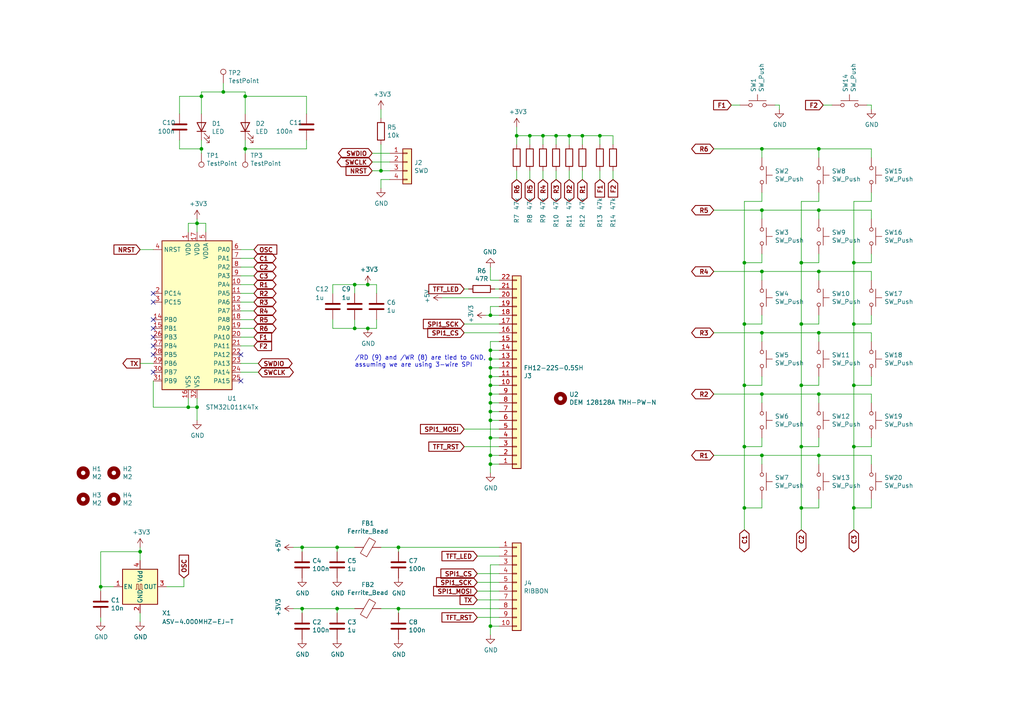
<source format=kicad_sch>
(kicad_sch (version 20230121) (generator eeschema)
  (paper "A4")
  (title_block (title "HMI Board") (date "2020-01-18") (comment 4 "TR-9 Open Source Digital Radio"))
  (lib_symbols
    (symbol "Connector:TestPoint" (pin_numbers hide) (pin_names (offset 0.762) hide)
      (property "Reference" "TP" (at 0 6.858 0))
      (property "Value" "TestPoint" (at 0 5.08 0))
      (symbol "TestPoint_1_1"
        (pin passive line (at 0 0 90) (length 2.54) (name "1") (number "1"))
      )
    )
    (symbol "Connector_Generic:Conn_01x04" (pin_names (offset 1.016) hide)
      (property "Reference" "J" (at 0 5.08 0))
      (property "Value" "Conn_01x04" (at 0 -7.62 0))
      (symbol "Conn_01x04_1_1"
        (pin passive line (at -5.08 2.54 0) (length 3.81) (name "Pin_1") (number "1"))
        (pin passive line (at -5.08 0 0) (length 3.81) (name "Pin_2") (number "2"))
        (pin passive line (at -5.08 -2.54 0) (length 3.81) (name "Pin_3") (number "3"))
        (pin passive line (at -5.08 -5.08 0) (length 3.81) (name "Pin_4") (number "4"))
      )
    )
    (symbol "Connector_Generic:Conn_01x10" (pin_names (offset 1.016) hide)
      (property "Reference" "J" (at 0 12.7 0))
      (property "Value" "Conn_01x10" (at 0 -15.24 0))
      (symbol "Conn_01x10_1_1"
        (pin passive line (at -5.08 10.16 0) (length 3.81) (name "Pin_1") (number "1"))
        (pin passive line (at -5.08 -12.7 0) (length 3.81) (name "Pin_10") (number "10"))
        (pin passive line (at -5.08 7.62 0) (length 3.81) (name "Pin_2") (number "2"))
        (pin passive line (at -5.08 5.08 0) (length 3.81) (name "Pin_3") (number "3"))
        (pin passive line (at -5.08 2.54 0) (length 3.81) (name "Pin_4") (number "4"))
        (pin passive line (at -5.08 0 0) (length 3.81) (name "Pin_5") (number "5"))
        (pin passive line (at -5.08 -2.54 0) (length 3.81) (name "Pin_6") (number "6"))
        (pin passive line (at -5.08 -5.08 0) (length 3.81) (name "Pin_7") (number "7"))
        (pin passive line (at -5.08 -7.62 0) (length 3.81) (name "Pin_8") (number "8"))
        (pin passive line (at -5.08 -10.16 0) (length 3.81) (name "Pin_9") (number "9"))
      )
    )
    (symbol "Connector_Generic:Conn_01x22" (pin_names (offset 1.016) hide)
      (property "Reference" "J" (at 0 27.94 0))
      (property "Value" "Conn_01x22" (at 0 -30.48 0))
      (symbol "Conn_01x22_1_1"
        (pin passive line (at -5.08 25.4 0) (length 3.81) (name "Pin_1") (number "1"))
        (pin passive line (at -5.08 2.54 0) (length 3.81) (name "Pin_10") (number "10"))
        (pin passive line (at -5.08 0 0) (length 3.81) (name "Pin_11") (number "11"))
        (pin passive line (at -5.08 -2.54 0) (length 3.81) (name "Pin_12") (number "12"))
        (pin passive line (at -5.08 -5.08 0) (length 3.81) (name "Pin_13") (number "13"))
        (pin passive line (at -5.08 -7.62 0) (length 3.81) (name "Pin_14") (number "14"))
        (pin passive line (at -5.08 -10.16 0) (length 3.81) (name "Pin_15") (number "15"))
        (pin passive line (at -5.08 -12.7 0) (length 3.81) (name "Pin_16") (number "16"))
        (pin passive line (at -5.08 -15.24 0) (length 3.81) (name "Pin_17") (number "17"))
        (pin passive line (at -5.08 -17.78 0) (length 3.81) (name "Pin_18") (number "18"))
        (pin passive line (at -5.08 -20.32 0) (length 3.81) (name "Pin_19") (number "19"))
        (pin passive line (at -5.08 22.86 0) (length 3.81) (name "Pin_2") (number "2"))
        (pin passive line (at -5.08 -22.86 0) (length 3.81) (name "Pin_20") (number "20"))
        (pin passive line (at -5.08 -25.4 0) (length 3.81) (name "Pin_21") (number "21"))
        (pin passive line (at -5.08 -27.94 0) (length 3.81) (name "Pin_22") (number "22"))
        (pin passive line (at -5.08 20.32 0) (length 3.81) (name "Pin_3") (number "3"))
        (pin passive line (at -5.08 17.78 0) (length 3.81) (name "Pin_4") (number "4"))
        (pin passive line (at -5.08 15.24 0) (length 3.81) (name "Pin_5") (number "5"))
        (pin passive line (at -5.08 12.7 0) (length 3.81) (name "Pin_6") (number "6"))
        (pin passive line (at -5.08 10.16 0) (length 3.81) (name "Pin_7") (number "7"))
        (pin passive line (at -5.08 7.62 0) (length 3.81) (name "Pin_8") (number "8"))
        (pin passive line (at -5.08 5.08 0) (length 3.81) (name "Pin_9") (number "9"))
      )
    )
    (symbol "Device:C" (pin_numbers hide) (pin_names (offset 0.254))
      (property "Reference" "C" (at 0.635 2.54 0))
      (property "Value" "C" (at 0.635 -2.54 0))
      (symbol "C_1_1"
        (pin passive line (at 0 3.81 270) (length 2.794) (name "~") (number "1"))
        (pin passive line (at 0 -3.81 90) (length 2.794) (name "~") (number "2"))
      )
    )
    (symbol "Device:LED" (pin_numbers hide) (pin_names (offset 1.016) hide)
      (property "Reference" "D" (at 0 2.54 0))
      (property "Value" "LED" (at 0 -2.54 0))
      (symbol "LED_1_1"
        (pin passive line (at -3.81 0 0) (length 2.54) (name "K") (number "1"))
        (pin passive line (at 3.81 0 180) (length 2.54) (name "A") (number "2"))
      )
    )
    (symbol "Device:R" (pin_numbers hide) (pin_names (offset 0))
      (property "Reference" "R" (at 2.032 0 90))
      (property "Value" "R" (at 0 0 90))
      (symbol "R_1_1"
        (pin passive line (at 0 3.81 270) (length 1.27) (name "~") (number "1"))
        (pin passive line (at 0 -3.81 90) (length 1.27) (name "~") (number "2"))
      )
    )
    (symbol "HMI-rescue:+3.3V-power" (power) (pin_names (offset 0))
      (property "Value" "+3.3V-power" (at 0 3.556 0))
      (symbol "+3.3V-power_1_1"
        (pin power_in line (at 0 0 90) (length 0) hide (name "+3V3") (number "1"))
      )
    )
    (symbol "HMI-rescue:Ferrite_Bead-Device" (pin_numbers hide) (pin_names (offset 0))
      (property "Reference" "FB" (at -3.81 0.635 90))
      (property "Value" "Device_Ferrite_Bead" (at 3.81 0 90))
      (symbol "Ferrite_Bead-Device_1_1"
        (pin passive line (at 0 3.81 270) (length 2.54) (name "~") (number "1"))
        (pin passive line (at 0 -3.81 90) (length 2.54) (name "~") (number "2"))
      )
    )
    (symbol "HMI-rescue:STM32L011K4Tx-MCU_ST_STM32L0"
      (property "Reference" "U" (at -10.16 21.59 0))
      (property "Value" "MCU_ST_STM32L0_STM32L011K4Tx" (at 5.08 21.59 0))
      (symbol "STM32L011K4Tx-MCU_ST_STM32L0_1_1"
        (pin power_in line (at -2.54 22.86 270) (length 2.54) (name "VDD") (number "1"))
        (pin bidirectional line (at 12.7 7.62 180) (length 2.54) (name "PA4") (number "10"))
        (pin bidirectional line (at 12.7 5.08 180) (length 2.54) (name "PA5") (number "11"))
        (pin bidirectional line (at 12.7 2.54 180) (length 2.54) (name "PA6") (number "12"))
        (pin bidirectional line (at 12.7 0 180) (length 2.54) (name "PA7") (number "13"))
        (pin bidirectional line (at -12.7 -2.54 0) (length 2.54) (name "PB0") (number "14"))
        (pin bidirectional line (at -12.7 -5.08 0) (length 2.54) (name "PB1") (number "15"))
        (pin power_in line (at -2.54 -25.4 90) (length 2.54) (name "VSS") (number "16"))
        (pin power_in line (at 0 22.86 270) (length 2.54) (name "VDD") (number "17"))
        (pin bidirectional line (at 12.7 -2.54 180) (length 2.54) (name "PA8") (number "18"))
        (pin bidirectional line (at 12.7 -5.08 180) (length 2.54) (name "PA9") (number "19"))
        (pin bidirectional line (at -12.7 5.08 0) (length 2.54) (name "PC14") (number "2"))
        (pin bidirectional line (at 12.7 -7.62 180) (length 2.54) (name "PA10") (number "20"))
        (pin bidirectional line (at 12.7 -10.16 180) (length 2.54) (name "PA11") (number "21"))
        (pin bidirectional line (at 12.7 -12.7 180) (length 2.54) (name "PA12") (number "22"))
        (pin bidirectional line (at 12.7 -15.24 180) (length 2.54) (name "PA13") (number "23"))
        (pin bidirectional line (at 12.7 -17.78 180) (length 2.54) (name "PA14") (number "24"))
        (pin bidirectional line (at 12.7 -20.32 180) (length 2.54) (name "PA15") (number "25"))
        (pin bidirectional line (at -12.7 -7.62 0) (length 2.54) (name "PB3") (number "26"))
        (pin bidirectional line (at -12.7 -10.16 0) (length 2.54) (name "PB4") (number "27"))
        (pin bidirectional line (at -12.7 -12.7 0) (length 2.54) (name "PB5") (number "28"))
        (pin bidirectional line (at -12.7 -15.24 0) (length 2.54) (name "PB6") (number "29"))
        (pin bidirectional line (at -12.7 2.54 0) (length 2.54) (name "PC15") (number "3"))
        (pin bidirectional line (at -12.7 -17.78 0) (length 2.54) (name "PB7") (number "30"))
        (pin bidirectional line (at -12.7 -20.32 0) (length 2.54) (name "PB9") (number "31"))
        (pin power_in line (at 0 -25.4 90) (length 2.54) (name "VSS") (number "32"))
        (pin input line (at -12.7 17.78 0) (length 2.54) (name "NRST") (number "4"))
        (pin power_in line (at 2.54 22.86 270) (length 2.54) (name "VDDA") (number "5"))
        (pin bidirectional line (at 12.7 17.78 180) (length 2.54) (name "PA0") (number "6"))
        (pin bidirectional line (at 12.7 15.24 180) (length 2.54) (name "PA1") (number "7"))
        (pin bidirectional line (at 12.7 12.7 180) (length 2.54) (name "PA2") (number "8"))
        (pin bidirectional line (at 12.7 10.16 180) (length 2.54) (name "PA3") (number "9"))
      )
    )
    (symbol "Mechanical:MountingHole" (pin_names (offset 1.016))
      (property "Reference" "H" (at 0 5.08 0))
      (property "Value" "MountingHole" (at 0 3.175 0))
    )
    (symbol "Oscillator:ASV-xxxMHz" (pin_names (offset 0.254))
      (property "Reference" "X" (at -5.08 6.35 0))
      (property "Value" "ASV-xxxMHz" (at 1.27 -6.35 0))
      (symbol "ASV-xxxMHz_1_1"
        (pin input line (at -7.62 0 0) (length 2.54) (name "EN") (number "1"))
        (pin power_in line (at 0 -7.62 90) (length 2.54) (name "GND") (number "2"))
        (pin output line (at 7.62 0 180) (length 2.54) (name "OUT") (number "3"))
        (pin power_in line (at 0 7.62 270) (length 2.54) (name "Vdd") (number "4"))
      )
    )
    (symbol "Switch:SW_Push" (pin_numbers hide) (pin_names (offset 1.016) hide)
      (property "Reference" "SW" (at 1.27 2.54 0))
      (property "Value" "SW_Push" (at 0 -1.524 0))
      (symbol "SW_Push_0_1"
        (pin passive line (at -5.08 0 0) (length 2.54) (name "1") (number "1"))
        (pin passive line (at 5.08 0 180) (length 2.54) (name "2") (number "2"))
      )
    )
    (symbol "power:+5V" (power) (pin_names (offset 0))
      (property "Value" "+5V" (at 0 3.556 0))
      (symbol "+5V_1_1"
        (pin power_in line (at 0 0 90) (length 0) hide (name "+5V") (number "1"))
      )
    )
    (symbol "power:GND" (power) (pin_names (offset 0))
      (property "Value" "GND" (at 0 -3.81 0))
      (symbol "GND_1_1"
        (pin power_in line (at 0 0 270) (length 0) hide (name "GND") (number "1"))
      )
    )
  )
  (junction (at 58.42 27.94))
  (junction (at 142.24 91.44))
  (junction (at 168.91 39.37))
  (junction (at 237.49 96.52))
  (junction (at 215.9 93.98))
  (junction (at 232.41 76.2))
  (junction (at 237.49 78.74))
  (junction (at 142.24 109.22))
  (junction (at 64.77 26.67))
  (junction (at 142.24 111.76))
  (junction (at 220.98 114.3))
  (junction (at 142.24 181.61))
  (junction (at 57.15 118.11))
  (junction (at 40.64 160.02))
  (junction (at 106.68 95.25))
  (junction (at 142.24 119.38))
  (junction (at 220.98 43.18))
  (junction (at 102.87 95.25))
  (junction (at 142.24 121.92))
  (junction (at 157.48 39.37))
  (junction (at 97.79 158.75))
  (junction (at 220.98 132.08))
  (junction (at 247.65 129.54))
  (junction (at 142.24 101.6))
  (junction (at 57.15 64.77))
  (junction (at 232.41 147.32))
  (junction (at 71.12 43.18))
  (junction (at 115.57 176.53))
  (junction (at 247.65 111.76))
  (junction (at 29.21 170.18))
  (junction (at 220.98 78.74))
  (junction (at 237.49 114.3))
  (junction (at 237.49 60.96))
  (junction (at 149.86 39.37))
  (junction (at 87.63 158.75))
  (junction (at 232.41 129.54))
  (junction (at 232.41 111.76))
  (junction (at 102.87 82.55))
  (junction (at 142.24 132.08))
  (junction (at 54.61 118.11))
  (junction (at 232.41 93.98))
  (junction (at 237.49 132.08))
  (junction (at 247.65 93.98))
  (junction (at 165.1 39.37))
  (junction (at 173.99 39.37))
  (junction (at 215.9 111.76))
  (junction (at 58.42 43.18))
  (junction (at 220.98 96.52))
  (junction (at 153.67 39.37))
  (junction (at 220.98 60.96))
  (junction (at 215.9 147.32))
  (junction (at 110.49 49.53))
  (junction (at 142.24 106.68))
  (junction (at 247.65 76.2))
  (junction (at 247.65 147.32))
  (junction (at 115.57 158.75))
  (junction (at 237.49 43.18))
  (junction (at 71.12 27.94))
  (junction (at 215.9 129.54))
  (junction (at 87.63 176.53))
  (junction (at 106.68 82.55))
  (junction (at 142.24 134.62))
  (junction (at 161.29 39.37))
  (junction (at 142.24 114.3))
  (junction (at 215.9 76.2))
  (junction (at 142.24 116.84))
  (junction (at 142.24 127))
  (junction (at 142.24 104.14))
  (junction (at 97.79 176.53))
  (no_connect (at 44.45 107.95))
  (no_connect (at 44.45 97.79))
  (no_connect (at 44.45 85.09))
  (no_connect (at 69.85 110.49))
  (no_connect (at 44.45 95.25))
  (no_connect (at 44.45 92.71))
  (no_connect (at 44.45 100.33))
  (no_connect (at 44.45 87.63))
  (no_connect (at 69.85 102.87))
  (no_connect (at 44.45 102.87))
  (wire (pts (xy 53.34 170.18) (xy 53.34 167.64)))
  (wire (pts (xy 220.98 78.74) (xy 207.01 78.74)))
  (wire (pts (xy 54.61 115.57) (xy 54.61 118.11)))
  (wire (pts (xy 247.65 129.54) (xy 252.73 129.54)))
  (wire (pts (xy 177.8 39.37) (xy 177.8 41.91)))
  (wire (pts (xy 220.98 129.54) (xy 220.98 127)))
  (wire (pts (xy 142.24 134.62) (xy 144.78 134.62)))
  (wire (pts (xy 252.73 114.3) (xy 237.49 114.3)))
  (wire (pts (xy 252.73 78.74) (xy 237.49 78.74)))
  (wire (pts (xy 142.24 181.61) (xy 142.24 184.15)))
  (wire (pts (xy 102.87 95.25) (xy 106.68 95.25)))
  (wire (pts (xy 142.24 109.22) (xy 144.78 109.22)))
  (wire (pts (xy 252.73 129.54) (xy 252.73 127)))
  (wire (pts (xy 252.73 76.2) (xy 252.73 73.66)))
  (wire (pts (xy 57.15 64.77) (xy 57.15 67.31)))
  (wire (pts (xy 232.41 93.98) (xy 232.41 76.2)))
  (wire (pts (xy 237.49 73.66) (xy 237.49 76.2)))
  (wire (pts (xy 142.24 127) (xy 142.24 132.08)))
  (wire (pts (xy 168.91 39.37) (xy 173.99 39.37)))
  (wire (pts (xy 29.21 179.07) (xy 29.21 180.34)))
  (wire (pts (xy 115.57 160.02) (xy 115.57 158.75)))
  (wire (pts (xy 142.24 163.83) (xy 144.78 163.83)))
  (wire (pts (xy 237.49 91.44) (xy 237.49 93.98)))
  (wire (pts (xy 215.9 111.76) (xy 220.98 111.76)))
  (wire (pts (xy 138.43 166.37) (xy 144.78 166.37)))
  (wire (pts (xy 252.73 30.48) (xy 252.73 31.75)))
  (wire (pts (xy 142.24 99.06) (xy 142.24 101.6)))
  (wire (pts (xy 232.41 93.98) (xy 237.49 93.98)))
  (wire (pts (xy 237.49 144.78) (xy 237.49 147.32)))
  (wire (pts (xy 113.03 49.53) (xy 110.49 49.53)))
  (wire (pts (xy 237.49 96.52) (xy 220.98 96.52)))
  (wire (pts (xy 57.15 118.11) (xy 57.15 121.92)))
  (wire (pts (xy 33.02 170.18) (xy 29.21 170.18)))
  (wire (pts (xy 232.41 58.42) (xy 237.49 58.42)))
  (wire (pts (xy 232.41 147.32) (xy 232.41 153.67)))
  (wire (pts (xy 69.85 77.47) (xy 73.66 77.47)))
  (wire (pts (xy 237.49 81.28) (xy 237.49 78.74)))
  (wire (pts (xy 220.98 45.72) (xy 220.98 43.18)))
  (wire (pts (xy 215.9 147.32) (xy 215.9 153.67)))
  (wire (pts (xy 113.03 46.99) (xy 107.95 46.99)))
  (wire (pts (xy 142.24 106.68) (xy 142.24 109.22)))
  (wire (pts (xy 40.64 160.02) (xy 40.64 162.56)))
  (wire (pts (xy 252.73 96.52) (xy 237.49 96.52)))
  (wire (pts (xy 142.24 109.22) (xy 142.24 111.76)))
  (wire (pts (xy 88.9 40.64) (xy 88.9 43.18)))
  (wire (pts (xy 69.85 90.17) (xy 73.66 90.17)))
  (wire (pts (xy 113.03 44.45) (xy 107.95 44.45)))
  (wire (pts (xy 69.85 105.41) (xy 74.93 105.41)))
  (wire (pts (xy 220.98 63.5) (xy 220.98 60.96)))
  (wire (pts (xy 168.91 41.91) (xy 168.91 39.37)))
  (wire (pts (xy 87.63 176.53) (xy 97.79 176.53)))
  (wire (pts (xy 237.49 60.96) (xy 220.98 60.96)))
  (wire (pts (xy 247.65 129.54) (xy 247.65 111.76)))
  (wire (pts (xy 71.12 26.67) (xy 64.77 26.67)))
  (wire (pts (xy 237.49 99.06) (xy 237.49 96.52)))
  (wire (pts (xy 237.49 132.08) (xy 237.49 134.62)))
  (wire (pts (xy 59.69 64.77) (xy 57.15 64.77)))
  (wire (pts (xy 252.73 63.5) (xy 252.73 60.96)))
  (wire (pts (xy 220.98 76.2) (xy 220.98 73.66)))
  (wire (pts (xy 220.98 147.32) (xy 220.98 144.78)))
  (wire (pts (xy 87.63 158.75) (xy 97.79 158.75)))
  (wire (pts (xy 238.76 30.48) (xy 241.3 30.48)))
  (wire (pts (xy 58.42 43.18) (xy 58.42 40.64)))
  (wire (pts (xy 212.09 30.48) (xy 214.63 30.48)))
  (wire (pts (xy 247.65 111.76) (xy 252.73 111.76)))
  (wire (pts (xy 64.77 26.67) (xy 58.42 26.67)))
  (wire (pts (xy 252.73 132.08) (xy 237.49 132.08)))
  (wire (pts (xy 153.67 39.37) (xy 149.86 39.37)))
  (wire (pts (xy 52.07 43.18) (xy 58.42 43.18)))
  (wire (pts (xy 97.79 176.53) (xy 102.87 176.53)))
  (wire (pts (xy 87.63 176.53) (xy 85.09 176.53)))
  (wire (pts (xy 58.42 44.45) (xy 58.42 43.18)))
  (wire (pts (xy 215.9 129.54) (xy 220.98 129.54)))
  (wire (pts (xy 115.57 177.8) (xy 115.57 176.53)))
  (wire (pts (xy 220.98 55.88) (xy 220.98 58.42)))
  (wire (pts (xy 54.61 118.11) (xy 57.15 118.11)))
  (wire (pts (xy 88.9 27.94) (xy 71.12 27.94)))
  (wire (pts (xy 220.98 132.08) (xy 220.98 134.62)))
  (wire (pts (xy 237.49 63.5) (xy 237.49 60.96)))
  (wire (pts (xy 44.45 105.41) (xy 40.64 105.41)))
  (wire (pts (xy 113.03 52.07) (xy 110.49 52.07)))
  (wire (pts (xy 144.78 81.28) (xy 142.24 81.28)))
  (wire (pts (xy 142.24 111.76) (xy 142.24 114.3)))
  (wire (pts (xy 88.9 43.18) (xy 71.12 43.18)))
  (wire (pts (xy 215.9 147.32) (xy 220.98 147.32)))
  (wire (pts (xy 96.52 95.25) (xy 102.87 95.25)))
  (wire (pts (xy 69.85 107.95) (xy 74.93 107.95)))
  (wire (pts (xy 69.85 80.01) (xy 73.66 80.01)))
  (wire (pts (xy 177.8 52.07) (xy 177.8 49.53)))
  (wire (pts (xy 138.43 171.45) (xy 144.78 171.45)))
  (wire (pts (xy 54.61 67.31) (xy 54.61 64.77)))
  (wire (pts (xy 232.41 129.54) (xy 232.41 111.76)))
  (wire (pts (xy 96.52 92.71) (xy 96.52 95.25)))
  (wire (pts (xy 142.24 114.3) (xy 144.78 114.3)))
  (wire (pts (xy 144.78 88.9) (xy 142.24 88.9)))
  (wire (pts (xy 102.87 82.55) (xy 96.52 82.55)))
  (wire (pts (xy 142.24 114.3) (xy 142.24 116.84)))
  (wire (pts (xy 215.9 76.2) (xy 220.98 76.2)))
  (wire (pts (xy 109.22 85.09) (xy 109.22 82.55)))
  (wire (pts (xy 138.43 179.07) (xy 144.78 179.07)))
  (wire (pts (xy 173.99 39.37) (xy 177.8 39.37)))
  (wire (pts (xy 142.24 119.38) (xy 142.24 121.92)))
  (wire (pts (xy 40.64 177.8) (xy 40.64 180.34)))
  (wire (pts (xy 142.24 106.68) (xy 144.78 106.68)))
  (wire (pts (xy 142.24 104.14) (xy 142.24 106.68)))
  (wire (pts (xy 58.42 26.67) (xy 58.42 27.94)))
  (wire (pts (xy 115.57 158.75) (xy 144.78 158.75)))
  (wire (pts (xy 142.24 77.47) (xy 142.24 81.28)))
  (wire (pts (xy 144.78 96.52) (xy 134.62 96.52)))
  (wire (pts (xy 232.41 76.2) (xy 232.41 58.42)))
  (wire (pts (xy 142.24 132.08) (xy 142.24 134.62)))
  (wire (pts (xy 52.07 40.64) (xy 52.07 43.18)))
  (wire (pts (xy 142.24 101.6) (xy 144.78 101.6)))
  (wire (pts (xy 247.65 76.2) (xy 247.65 58.42)))
  (wire (pts (xy 69.85 95.25) (xy 73.66 95.25)))
  (wire (pts (xy 149.86 52.07) (xy 149.86 49.53)))
  (wire (pts (xy 106.68 95.25) (xy 109.22 95.25)))
  (wire (pts (xy 251.46 30.48) (xy 252.73 30.48)))
  (wire (pts (xy 215.9 58.42) (xy 220.98 58.42)))
  (wire (pts (xy 252.73 45.72) (xy 252.73 43.18)))
  (wire (pts (xy 220.98 60.96) (xy 207.01 60.96)))
  (wire (pts (xy 237.49 114.3) (xy 220.98 114.3)))
  (wire (pts (xy 226.06 30.48) (xy 226.06 31.75)))
  (wire (pts (xy 142.24 116.84) (xy 144.78 116.84)))
  (wire (pts (xy 110.49 52.07) (xy 110.49 54.61)))
  (wire (pts (xy 44.45 110.49) (xy 44.45 118.11)))
  (wire (pts (xy 110.49 41.91) (xy 110.49 49.53)))
  (wire (pts (xy 57.15 63.5) (xy 57.15 64.77)))
  (wire (pts (xy 220.98 114.3) (xy 207.01 114.3)))
  (wire (pts (xy 142.24 119.38) (xy 144.78 119.38)))
  (wire (pts (xy 142.24 91.44) (xy 142.24 88.9)))
  (wire (pts (xy 142.24 121.92) (xy 142.24 127)))
  (wire (pts (xy 110.49 31.75) (xy 110.49 34.29)))
  (wire (pts (xy 142.24 132.08) (xy 144.78 132.08)))
  (wire (pts (xy 144.78 127) (xy 142.24 127)))
  (wire (pts (xy 140.97 91.44) (xy 142.24 91.44)))
  (wire (pts (xy 52.07 27.94) (xy 58.42 27.94)))
  (wire (pts (xy 40.64 160.02) (xy 29.21 160.02)))
  (wire (pts (xy 142.24 163.83) (xy 142.24 181.61)))
  (wire (pts (xy 165.1 52.07) (xy 165.1 49.53)))
  (wire (pts (xy 96.52 82.55) (xy 96.52 85.09)))
  (wire (pts (xy 220.98 96.52) (xy 207.01 96.52)))
  (wire (pts (xy 149.86 39.37) (xy 149.86 36.83)))
  (wire (pts (xy 142.24 111.76) (xy 144.78 111.76)))
  (wire (pts (xy 220.98 111.76) (xy 220.98 109.22)))
  (wire (pts (xy 220.98 99.06) (xy 220.98 96.52)))
  (wire (pts (xy 215.9 93.98) (xy 215.9 111.76)))
  (wire (pts (xy 220.98 116.84) (xy 220.98 114.3)))
  (wire (pts (xy 57.15 115.57) (xy 57.15 118.11)))
  (wire (pts (xy 157.48 52.07) (xy 157.48 49.53)))
  (wire (pts (xy 128.27 86.36) (xy 144.78 86.36)))
  (wire (pts (xy 73.66 100.33) (xy 69.85 100.33)))
  (wire (pts (xy 144.78 104.14) (xy 142.24 104.14)))
  (wire (pts (xy 247.65 58.42) (xy 252.73 58.42)))
  (wire (pts (xy 110.49 158.75) (xy 115.57 158.75)))
  (wire (pts (xy 48.26 170.18) (xy 53.34 170.18)))
  (wire (pts (xy 44.45 72.39) (xy 40.64 72.39)))
  (wire (pts (xy 64.77 24.13) (xy 64.77 26.67)))
  (wire (pts (xy 102.87 82.55) (xy 102.87 85.09)))
  (wire (pts (xy 215.9 111.76) (xy 215.9 129.54)))
  (wire (pts (xy 59.69 67.31) (xy 59.69 64.77)))
  (wire (pts (xy 220.98 81.28) (xy 220.98 78.74)))
  (wire (pts (xy 29.21 170.18) (xy 29.21 171.45)))
  (wire (pts (xy 69.85 82.55) (xy 73.66 82.55)))
  (wire (pts (xy 135.89 83.82) (xy 134.62 83.82)))
  (wire (pts (xy 153.67 39.37) (xy 153.67 41.91)))
  (wire (pts (xy 144.78 99.06) (xy 142.24 99.06)))
  (wire (pts (xy 69.85 74.93) (xy 73.66 74.93)))
  (wire (pts (xy 237.49 129.54) (xy 232.41 129.54)))
  (wire (pts (xy 71.12 44.45) (xy 71.12 43.18)))
  (wire (pts (xy 69.85 92.71) (xy 73.66 92.71)))
  (wire (pts (xy 237.49 116.84) (xy 237.49 114.3)))
  (wire (pts (xy 44.45 118.11) (xy 54.61 118.11)))
  (wire (pts (xy 58.42 27.94) (xy 58.42 33.02)))
  (wire (pts (xy 161.29 49.53) (xy 161.29 52.07)))
  (wire (pts (xy 168.91 39.37) (xy 165.1 39.37)))
  (wire (pts (xy 237.49 109.22) (xy 237.49 111.76)))
  (wire (pts (xy 247.65 76.2) (xy 252.73 76.2)))
  (wire (pts (xy 252.73 43.18) (xy 237.49 43.18)))
  (wire (pts (xy 142.24 134.62) (xy 142.24 137.16)))
  (wire (pts (xy 106.68 82.55) (xy 102.87 82.55)))
  (wire (pts (xy 102.87 92.71) (xy 102.87 95.25)))
  (wire (pts (xy 142.24 104.14) (xy 142.24 101.6)))
  (wire (pts (xy 69.85 72.39) (xy 73.66 72.39)))
  (wire (pts (xy 157.48 39.37) (xy 157.48 41.91)))
  (wire (pts (xy 215.9 58.42) (xy 215.9 76.2)))
  (wire (pts (xy 157.48 39.37) (xy 153.67 39.37)))
  (wire (pts (xy 224.79 30.48) (xy 226.06 30.48)))
  (wire (pts (xy 168.91 49.53) (xy 168.91 52.07)))
  (wire (pts (xy 232.41 111.76) (xy 232.41 93.98)))
  (wire (pts (xy 173.99 39.37) (xy 173.99 41.91)))
  (wire (pts (xy 165.1 39.37) (xy 165.1 41.91)))
  (wire (pts (xy 73.66 97.79) (xy 69.85 97.79)))
  (wire (pts (xy 252.73 111.76) (xy 252.73 109.22)))
  (wire (pts (xy 40.64 158.75) (xy 40.64 160.02)))
  (wire (pts (xy 149.86 41.91) (xy 149.86 39.37)))
  (wire (pts (xy 237.49 43.18) (xy 220.98 43.18)))
  (wire (pts (xy 161.29 39.37) (xy 157.48 39.37)))
  (wire (pts (xy 237.49 55.88) (xy 237.49 58.42)))
  (wire (pts (xy 237.49 132.08) (xy 220.98 132.08)))
  (wire (pts (xy 252.73 58.42) (xy 252.73 55.88)))
  (wire (pts (xy 71.12 43.18) (xy 71.12 40.64)))
  (wire (pts (xy 161.29 39.37) (xy 161.29 41.91)))
  (wire (pts (xy 247.65 111.76) (xy 247.65 93.98)))
  (wire (pts (xy 252.73 99.06) (xy 252.73 96.52)))
  (wire (pts (xy 71.12 27.94) (xy 71.12 26.67)))
  (wire (pts (xy 247.65 93.98) (xy 252.73 93.98)))
  (wire (pts (xy 109.22 82.55) (xy 106.68 82.55)))
  (wire (pts (xy 144.78 124.46) (xy 134.62 124.46)))
  (wire (pts (xy 144.78 93.98) (xy 134.62 93.98)))
  (wire (pts (xy 247.65 147.32) (xy 247.65 153.67)))
  (wire (pts (xy 153.67 49.53) (xy 153.67 52.07)))
  (wire (pts (xy 54.61 64.77) (xy 57.15 64.77)))
  (wire (pts (xy 144.78 129.54) (xy 134.62 129.54)))
  (wire (pts (xy 110.49 176.53) (xy 115.57 176.53)))
  (wire (pts (xy 207.01 132.08) (xy 220.98 132.08)))
  (wire (pts (xy 237.49 111.76) (xy 232.41 111.76)))
  (wire (pts (xy 97.79 158.75) (xy 97.79 160.02)))
  (wire (pts (xy 252.73 134.62) (xy 252.73 132.08)))
  (wire (pts (xy 237.49 78.74) (xy 220.98 78.74)))
  (wire (pts (xy 237.49 127) (xy 237.49 129.54)))
  (wire (pts (xy 232.41 147.32) (xy 232.41 129.54)))
  (wire (pts (xy 237.49 147.32) (xy 232.41 147.32)))
  (wire (pts (xy 247.65 147.32) (xy 247.65 129.54)))
  (wire (pts (xy 215.9 93.98) (xy 220.98 93.98)))
  (wire (pts (xy 237.49 45.72) (xy 237.49 43.18)))
  (wire (pts (xy 143.51 83.82) (xy 144.78 83.82)))
  (wire (pts (xy 52.07 27.94) (xy 52.07 33.02)))
  (wire (pts (xy 252.73 93.98) (xy 252.73 91.44)))
  (wire (pts (xy 165.1 39.37) (xy 161.29 39.37)))
  (wire (pts (xy 138.43 173.99) (xy 144.78 173.99)))
  (wire (pts (xy 252.73 81.28) (xy 252.73 78.74)))
  (wire (pts (xy 109.22 95.25) (xy 109.22 92.71)))
  (wire (pts (xy 138.43 161.29) (xy 144.78 161.29)))
  (wire (pts (xy 144.78 91.44) (xy 142.24 91.44)))
  (wire (pts (xy 110.49 49.53) (xy 107.95 49.53)))
  (wire (pts (xy 142.24 116.84) (xy 142.24 119.38)))
  (wire (pts (xy 88.9 33.02) (xy 88.9 27.94)))
  (wire (pts (xy 69.85 87.63) (xy 73.66 87.63)))
  (wire (pts (xy 220.98 91.44) (xy 220.98 93.98)))
  (wire (pts (xy 87.63 177.8) (xy 87.63 176.53)))
  (wire (pts (xy 138.43 168.91) (xy 144.78 168.91)))
  (wire (pts (xy 71.12 33.02) (xy 71.12 27.94)))
  (wire (pts (xy 252.73 60.96) (xy 237.49 60.96)))
  (wire (pts (xy 173.99 49.53) (xy 173.99 52.07)))
  (wire (pts (xy 29.21 160.02) (xy 29.21 170.18)))
  (wire (pts (xy 237.49 76.2) (xy 232.41 76.2)))
  (wire (pts (xy 69.85 85.09) (xy 73.66 85.09)))
  (wire (pts (xy 252.73 144.78) (xy 252.73 147.32)))
  (wire (pts (xy 247.65 93.98) (xy 247.65 76.2)))
  (wire (pts (xy 97.79 158.75) (xy 102.87 158.75)))
  (wire (pts (xy 97.79 176.53) (xy 97.79 177.8)))
  (wire (pts (xy 87.63 158.75) (xy 85.09 158.75)))
  (wire (pts (xy 220.98 43.18) (xy 207.01 43.18)))
  (wire (pts (xy 87.63 160.02) (xy 87.63 158.75)))
  (wire (pts (xy 215.9 76.2) (xy 215.9 93.98)))
  (wire (pts (xy 215.9 129.54) (xy 215.9 147.32)))
  (wire (pts (xy 115.57 176.53) (xy 144.78 176.53)))
  (wire (pts (xy 252.73 147.32) (xy 247.65 147.32)))
  (wire (pts (xy 144.78 181.61) (xy 142.24 181.61)))
  (wire (pts (xy 142.24 121.92) (xy 144.78 121.92)))
  (wire (pts (xy 252.73 116.84) (xy 252.73 114.3)))
  (text "/RD (9) and /WR (8) are tied to GND,\nassuming we are using 3-wire SPI" (at 102.87 106.68 0) (effects (font (size 1.27 1.27)) (justify left bottom)))
  (global_label "F1" (shape input) (at 73.66 97.79 0) (effects (font (thickness 0.254) bold)) (property "Intersheetrefs" "${INTERSHEET_REFS}" (effects hide)))
  (global_label "F1" (shape input) (at 212.09 30.48 180) (effects (font (thickness 0.254) bold)) (property "Intersheetrefs" "${INTERSHEET_REFS}" (effects hide)))
  (global_label "C3" (shape bidirectional) (at 247.65 153.67 270) (effects (font (thickness 0.254) bold)) (property "Intersheetrefs" "${INTERSHEET_REFS}" (effects hide)))
  (global_label "NRST" (shape input) (at 40.64 72.39 180) (effects (font (thickness 0.254) bold)) (property "Intersheetrefs" "${INTERSHEET_REFS}" (effects hide)))
  (global_label "C2" (shape bidirectional) (at 232.41 153.67 270) (effects (font (thickness 0.254) bold)) (property "Intersheetrefs" "${INTERSHEET_REFS}" (effects hide)))
  (global_label "C2" (shape bidirectional) (at 73.66 77.47 0) (effects (font (thickness 0.254) bold)) (property "Intersheetrefs" "${INTERSHEET_REFS}" (effects hide)))
  (global_label "TFT_LED" (shape input) (at 138.43 161.29 180) (effects (font (thickness 0.254) bold)) (property "Intersheetrefs" "${INTERSHEET_REFS}" (effects hide)))
  (global_label "TFT_RST" (shape input) (at 134.62 129.54 180) (effects (font (thickness 0.254) bold)) (property "Intersheetrefs" "${INTERSHEET_REFS}" (effects hide)))
  (global_label "SWCLK" (shape bidirectional) (at 74.93 107.95 0) (effects (font (thickness 0.254) bold)) (property "Intersheetrefs" "${INTERSHEET_REFS}" (effects hide)))
  (global_label "TX" (shape output) (at 40.64 105.41 180) (effects (font (thickness 0.254) bold)) (property "Intersheetrefs" "${INTERSHEET_REFS}" (effects hide)))
  (global_label "C1" (shape bidirectional) (at 73.66 74.93 0) (effects (font (thickness 0.254) bold)) (property "Intersheetrefs" "${INTERSHEET_REFS}" (effects hide)))
  (global_label "R6" (shape bidirectional) (at 149.86 52.07 270) (effects (font (thickness 0.254) bold)) (property "Intersheetrefs" "${INTERSHEET_REFS}" (effects hide)))
  (global_label "F2" (shape input) (at 177.8 52.07 270) (effects (font (thickness 0.254) bold)) (property "Intersheetrefs" "${INTERSHEET_REFS}" (effects hide)))
  (global_label "R6" (shape bidirectional) (at 207.01 43.18 180) (effects (font (thickness 0.254) bold)) (property "Intersheetrefs" "${INTERSHEET_REFS}" (effects hide)))
  (global_label "R1" (shape bidirectional) (at 207.01 132.08 180) (effects (font (thickness 0.254) bold)) (property "Intersheetrefs" "${INTERSHEET_REFS}" (effects hide)))
  (global_label "F2" (shape input) (at 238.76 30.48 180) (effects (font (thickness 0.254) bold)) (property "Intersheetrefs" "${INTERSHEET_REFS}" (effects hide)))
  (global_label "SPI1_MOSI" (shape input) (at 134.62 124.46 180) (effects (font (thickness 0.254) bold)) (property "Intersheetrefs" "${INTERSHEET_REFS}" (effects hide)))
  (global_label "R2" (shape bidirectional) (at 165.1 52.07 270) (effects (font (thickness 0.254) bold)) (property "Intersheetrefs" "${INTERSHEET_REFS}" (effects hide)))
  (global_label "NRST" (shape input) (at 107.95 49.53 180) (effects (font (thickness 0.254) bold)) (property "Intersheetrefs" "${INTERSHEET_REFS}" (effects hide)))
  (global_label "SPI1_SCK" (shape input) (at 138.43 168.91 180) (effects (font (thickness 0.254) bold)) (property "Intersheetrefs" "${INTERSHEET_REFS}" (effects hide)))
  (global_label "C1" (shape bidirectional) (at 215.9 153.67 270) (effects (font (thickness 0.254) bold)) (property "Intersheetrefs" "${INTERSHEET_REFS}" (effects hide)))
  (global_label "OSC" (shape input) (at 53.34 167.64 90) (effects (font (thickness 0.254) bold)) (property "Intersheetrefs" "${INTERSHEET_REFS}" (effects hide)))
  (global_label "R3" (shape bidirectional) (at 161.29 52.07 270) (effects (font (thickness 0.254) bold)) (property "Intersheetrefs" "${INTERSHEET_REFS}" (effects hide)))
  (global_label "R5" (shape bidirectional) (at 73.66 92.71 0) (effects (font (thickness 0.254) bold)) (property "Intersheetrefs" "${INTERSHEET_REFS}" (effects hide)))
  (global_label "TFT_LED" (shape input) (at 134.62 83.82 180) (effects (font (thickness 0.254) bold)) (property "Intersheetrefs" "${INTERSHEET_REFS}" (effects hide)))
  (global_label "C3" (shape bidirectional) (at 73.66 80.01 0) (effects (font (thickness 0.254) bold)) (property "Intersheetrefs" "${INTERSHEET_REFS}" (effects hide)))
  (global_label "SPI1_MOSI" (shape input) (at 138.43 171.45 180) (effects (font (thickness 0.254) bold)) (property "Intersheetrefs" "${INTERSHEET_REFS}" (effects hide)))
  (global_label "SPI1_CS" (shape input) (at 134.62 96.52 180) (effects (font (thickness 0.254) bold)) (property "Intersheetrefs" "${INTERSHEET_REFS}" (effects hide)))
  (global_label "R1" (shape bidirectional) (at 168.91 52.07 270) (effects (font (thickness 0.254) bold)) (property "Intersheetrefs" "${INTERSHEET_REFS}" (effects hide)))
  (global_label "F2" (shape input) (at 73.66 100.33 0) (effects (font (thickness 0.254) bold)) (property "Intersheetrefs" "${INTERSHEET_REFS}" (effects hide)))
  (global_label "TFT_RST" (shape input) (at 138.43 179.07 180) (effects (font (thickness 0.254) bold)) (property "Intersheetrefs" "${INTERSHEET_REFS}" (effects hide)))
  (global_label "R4" (shape bidirectional) (at 157.48 52.07 270) (effects (font (thickness 0.254) bold)) (property "Intersheetrefs" "${INTERSHEET_REFS}" (effects hide)))
  (global_label "F1" (shape input) (at 173.99 52.07 270) (effects (font (thickness 0.254) bold)) (property "Intersheetrefs" "${INTERSHEET_REFS}" (effects hide)))
  (global_label "R2" (shape bidirectional) (at 73.66 85.09 0) (effects (font (thickness 0.254) bold)) (property "Intersheetrefs" "${INTERSHEET_REFS}" (effects hide)))
  (global_label "R1" (shape bidirectional) (at 73.66 82.55 0) (effects (font (thickness 0.254) bold)) (property "Intersheetrefs" "${INTERSHEET_REFS}" (effects hide)))
  (global_label "R3" (shape bidirectional) (at 73.66 87.63 0) (effects (font (thickness 0.254) bold)) (property "Intersheetrefs" "${INTERSHEET_REFS}" (effects hide)))
  (global_label "R5" (shape bidirectional) (at 207.01 60.96 180) (effects (font (thickness 0.254) bold)) (property "Intersheetrefs" "${INTERSHEET_REFS}" (effects hide)))
  (global_label "R6" (shape bidirectional) (at 73.66 95.25 0) (effects (font (thickness 0.254) bold)) (property "Intersheetrefs" "${INTERSHEET_REFS}" (effects hide)))
  (global_label "R4" (shape bidirectional) (at 207.01 78.74 180) (effects (font (thickness 0.254) bold)) (property "Intersheetrefs" "${INTERSHEET_REFS}" (effects hide)))
  (global_label "R4" (shape bidirectional) (at 73.66 90.17 0) (effects (font (thickness 0.254) bold)) (property "Intersheetrefs" "${INTERSHEET_REFS}" (effects hide)))
  (global_label "SPI1_CS" (shape input) (at 138.43 166.37 180) (effects (font (thickness 0.254) bold)) (property "Intersheetrefs" "${INTERSHEET_REFS}" (effects hide)))
  (global_label "SWCLK" (shape bidirectional) (at 107.95 46.99 180) (effects (font (thickness 0.254) bold)) (property "Intersheetrefs" "${INTERSHEET_REFS}" (effects hide)))
  (global_label "SWDIO" (shape bidirectional) (at 107.95 44.45 180) (effects (font (thickness 0.254) bold)) (property "Intersheetrefs" "${INTERSHEET_REFS}" (effects hide)))
  (global_label "R2" (shape bidirectional) (at 207.01 114.3 180) (effects (font (thickness 0.254) bold)) (property "Intersheetrefs" "${INTERSHEET_REFS}" (effects hide)))
  (global_label "OSC" (shape input) (at 73.66 72.39 0) (effects (font (thickness 0.254) bold)) (property "Intersheetrefs" "${INTERSHEET_REFS}" (effects hide)))
  (global_label "TX" (shape input) (at 138.43 173.99 180) (effects (font (thickness 0.254) bold)) (property "Intersheetrefs" "${INTERSHEET_REFS}" (effects hide)))
  (global_label "R5" (shape bidirectional) (at 153.67 52.07 270) (effects (font (thickness 0.254) bold)) (property "Intersheetrefs" "${INTERSHEET_REFS}" (effects hide)))
  (global_label "SPI1_SCK" (shape input) (at 134.62 93.98 180) (effects (font (thickness 0.254) bold)) (property "Intersheetrefs" "${INTERSHEET_REFS}" (effects hide)))
  (global_label "R3" (shape bidirectional) (at 207.01 96.52 180) (effects (font (thickness 0.254) bold)) (property "Intersheetrefs" "${INTERSHEET_REFS}" (effects hide)))
  (global_label "SWDIO" (shape bidirectional) (at 74.93 105.41 0) (effects (font (thickness 0.254) bold)) (property "Intersheetrefs" "${INTERSHEET_REFS}" (effects hide)))
  (symbol (lib_id "HMI-rescue:STM32L011K4Tx-MCU_ST_STM32L0") (at 57.15 90.17 0) (unit 1)
    (property "Reference" "U1" (at 67.31 115.57 0))
    (property "Value" "STM32L011K4Tx" (at 67.31 118.11 0))
    (property "Footprint" "Package_QFP:LQFP-32_7x7mm_P0.8mm" (effects hide))
    (property "Datasheet" "http://www.st.com/st-web-ui/static/active/en/resource/technical/document/datasheet/DM00206508.pdf" (effects hide))
  )
  (symbol (lib_id "power:GND") (at 57.15 121.92 0) (unit 1)
    (property "Reference" "#PWR09" (effects hide))
    (property "Value" "GND" (at 57.277 126.3142 0))
  )
  (symbol (lib_id "HMI-rescue:+3.3V-power") (at 57.15 63.5 0) (unit 1)
    (property "Reference" "#PWR08" (effects hide))
    (property "Value" "+3.3V" (at 57.531 59.1058 0))
  )
  (symbol (lib_id "Device:C") (at 115.57 163.83 0) (unit 1)
    (property "Reference" "C7" (at 118.491 162.6616 0) (effects (justify left)))
    (property "Value" "100n" (at 118.491 164.973 0) (effects (justify left)))
    (property "Footprint" "Capacitor_SMD:C_0603_1608Metric" (effects hide))
  )
  (symbol (lib_id "power:GND") (at 106.68 95.25 0) (unit 1)
    (property "Reference" "#PWR016" (effects hide))
    (property "Value" "GND" (at 106.807 99.6442 0))
  )
  (symbol (lib_id "Device:C") (at 109.22 88.9 0) (unit 1)
    (property "Reference" "C6" (at 112.141 87.7316 0) (effects (justify left)))
    (property "Value" "1u" (at 112.141 90.043 0) (effects (justify left)))
    (property "Footprint" "Capacitor_SMD:C_0603_1608Metric" (effects hide))
  )
  (symbol (lib_id "HMI-rescue:+3.3V-power") (at 106.68 82.55 0) (unit 1)
    (property "Reference" "#PWR015" (effects hide))
    (property "Value" "+3.3V" (at 107.061 78.1558 0))
  )
  (symbol (lib_id "Connector_Generic:Conn_01x10") (at 149.86 168.91 0) (unit 1)
    (property "Reference" "J4" (at 151.892 169.1132 0) (effects (justify left)))
    (property "Value" "RIBBON" (at 151.892 171.4246 0) (effects (justify left)))
    (property "Footprint" "Connector_FFC-FPC:Hirose_FH12-10S-0.5SH_1x10-1MP_P0.50mm_Horizontal" (effects hide))
  )
  (symbol (lib_id "Connector_Generic:Conn_01x04") (at 118.11 46.99 0) (unit 1)
    (property "Reference" "J2" (at 120.142 47.1932 0) (effects (justify left)))
    (property "Value" "SWD" (at 120.142 49.5046 0) (effects (justify left)))
    (property "Footprint" "Connector_PinHeader_1.27mm:PinHeader_1x04_P1.27mm_Vertical" (effects hide))
  )
  (symbol (lib_id "Device:R") (at 110.49 38.1 0) (unit 1)
    (property "Reference" "R5" (at 112.268 36.9316 0) (effects (justify left)))
    (property "Value" "10k" (at 112.268 39.243 0) (effects (justify left)))
    (property "Footprint" "Resistor_SMD:R_0603_1608Metric" (effects hide))
  )
  (symbol (lib_id "HMI-rescue:+3.3V-power") (at 110.49 31.75 0) (unit 1)
    (property "Reference" "#PWR013" (effects hide))
    (property "Value" "+3.3V" (at 110.871 27.3558 0))
  )
  (symbol (lib_id "power:GND") (at 110.49 54.61 0) (unit 1)
    (property "Reference" "#PWR014" (effects hide))
    (property "Value" "GND" (at 110.617 59.0042 0))
  )
  (symbol (lib_id "Oscillator:ASV-xxxMHz") (at 40.64 170.18 0) (unit 1)
    (property "Reference" "X1" (at 46.99 177.8 0) (effects (justify left)))
    (property "Value" "ASV-4.000MHZ-EJ-T" (at 46.99 180.34 0) (effects (justify left)))
    (property "Footprint" "Oscillator:Oscillator_SMD_Abracon_ASV-4Pin_7.0x5.1mm" (effects hide))
    (property "Datasheet" "http://www.abracon.com/Oscillators/ASV.pdf" (effects hide))
  )
  (symbol (lib_id "power:GND") (at 40.64 180.34 0) (unit 1)
    (property "Reference" "#PWR05" (effects hide))
    (property "Value" "GND" (at 40.767 184.7342 0))
  )
  (symbol (lib_id "HMI-rescue:+3.3V-power") (at 40.64 158.75 0) (unit 1)
    (property "Reference" "#PWR04" (effects hide))
    (property "Value" "+3.3V" (at 41.021 154.3558 0))
  )
  (symbol (lib_id "Device:C") (at 29.21 175.26 0) (unit 1)
    (property "Reference" "C1" (at 32.131 174.0916 0) (effects (justify left)))
    (property "Value" "10n" (at 32.131 176.403 0) (effects (justify left)))
    (property "Footprint" "Capacitor_SMD:C_0603_1608Metric" (effects hide))
  )
  (symbol (lib_id "power:GND") (at 29.21 180.34 0) (unit 1)
    (property "Reference" "#PWR01" (effects hide))
    (property "Value" "GND" (at 29.337 184.7342 0))
  )
  (symbol (lib_id "Switch:SW_Push") (at 220.98 139.7 270) (unit 1)
    (property "Reference" "SW7" (at 224.7392 138.5316 90) (effects (justify left)))
    (property "Value" "SW_Push" (at 224.7392 140.843 90) (effects (justify left)))
    (property "Footprint" "Button_Switch_SMD:SW_Push_1P1T_NO_CK_KMR2" (effects hide))
  )
  (symbol (lib_id "Switch:SW_Push") (at 237.49 139.7 270) (unit 1)
    (property "Reference" "SW13" (at 241.2492 138.5316 90) (effects (justify left)))
    (property "Value" "SW_Push" (at 241.2492 140.843 90) (effects (justify left)))
    (property "Footprint" "Button_Switch_SMD:SW_Push_1P1T_NO_CK_KMR2" (effects hide))
  )
  (symbol (lib_id "Switch:SW_Push") (at 252.73 139.7 270) (unit 1)
    (property "Reference" "SW20" (at 256.4892 138.5316 90) (effects (justify left)))
    (property "Value" "SW_Push" (at 256.4892 140.843 90) (effects (justify left)))
    (property "Footprint" "Button_Switch_SMD:SW_Push_1P1T_NO_CK_KMR2" (effects hide))
  )
  (symbol (lib_id "Switch:SW_Push") (at 220.98 121.92 270) (unit 1)
    (property "Reference" "SW6" (at 224.7392 120.7516 90) (effects (justify left)))
    (property "Value" "SW_Push" (at 224.7392 123.063 90) (effects (justify left)))
    (property "Footprint" "Button_Switch_SMD:SW_Push_1P1T_NO_CK_KMR2" (effects hide))
  )
  (symbol (lib_id "Switch:SW_Push") (at 237.49 121.92 270) (unit 1)
    (property "Reference" "SW12" (at 241.2492 120.7516 90) (effects (justify left)))
    (property "Value" "SW_Push" (at 241.2492 123.063 90) (effects (justify left)))
    (property "Footprint" "Button_Switch_SMD:SW_Push_1P1T_NO_CK_KMR2" (effects hide))
  )
  (symbol (lib_id "Switch:SW_Push") (at 252.73 121.92 270) (unit 1)
    (property "Reference" "SW19" (at 256.4892 120.7516 90) (effects (justify left)))
    (property "Value" "SW_Push" (at 256.4892 123.063 90) (effects (justify left)))
    (property "Footprint" "Button_Switch_SMD:SW_Push_1P1T_NO_CK_KMR2" (effects hide))
  )
  (symbol (lib_id "Switch:SW_Push") (at 220.98 104.14 270) (unit 1)
    (property "Reference" "SW5" (at 224.7392 102.9716 90) (effects (justify left)))
    (property "Value" "SW_Push" (at 224.7392 105.283 90) (effects (justify left)))
    (property "Footprint" "Button_Switch_SMD:SW_Push_1P1T_NO_CK_KMR2" (effects hide))
  )
  (symbol (lib_id "Switch:SW_Push") (at 237.49 104.14 270) (unit 1)
    (property "Reference" "SW11" (at 241.2492 102.9716 90) (effects (justify left)))
    (property "Value" "SW_Push" (at 241.2492 105.283 90) (effects (justify left)))
    (property "Footprint" "Button_Switch_SMD:SW_Push_1P1T_NO_CK_KMR2" (effects hide))
  )
  (symbol (lib_id "Switch:SW_Push") (at 252.73 104.14 270) (unit 1)
    (property "Reference" "SW18" (at 256.4892 102.9716 90) (effects (justify left)))
    (property "Value" "SW_Push" (at 256.4892 105.283 90) (effects (justify left)))
    (property "Footprint" "Button_Switch_SMD:SW_Push_1P1T_NO_CK_KMR2" (effects hide))
  )
  (symbol (lib_id "Switch:SW_Push") (at 220.98 86.36 270) (unit 1)
    (property "Reference" "SW4" (at 224.7392 85.1916 90) (effects (justify left)))
    (property "Value" "SW_Push" (at 224.7392 87.503 90) (effects (justify left)))
    (property "Footprint" "Button_Switch_SMD:SW_Push_1P1T_NO_CK_KMR2" (effects hide))
  )
  (symbol (lib_id "Switch:SW_Push") (at 237.49 86.36 270) (unit 1)
    (property "Reference" "SW10" (at 241.2492 85.1916 90) (effects (justify left)))
    (property "Value" "SW_Push" (at 241.2492 87.503 90) (effects (justify left)))
    (property "Footprint" "Button_Switch_SMD:SW_Push_1P1T_NO_CK_KMR2" (effects hide))
  )
  (symbol (lib_id "Switch:SW_Push") (at 252.73 86.36 270) (unit 1)
    (property "Reference" "SW17" (at 256.4892 85.1916 90) (effects (justify left)))
    (property "Value" "SW_Push" (at 256.4892 87.503 90) (effects (justify left)))
    (property "Footprint" "Button_Switch_SMD:SW_Push_1P1T_NO_CK_KMR2" (effects hide))
  )
  (symbol (lib_id "Device:R") (at 149.86 45.72 0) (unit 1)
    (property "Reference" "R7" (at 149.86 64.77 90) (effects (justify left)))
    (property "Value" "47k" (at 149.86 60.96 90) (effects (justify left)))
    (property "Footprint" "Resistor_SMD:R_0603_1608Metric" (effects hide))
  )
  (symbol (lib_id "HMI-rescue:+3.3V-power") (at 149.86 36.83 0) (unit 1)
    (property "Reference" "#PWR022" (effects hide))
    (property "Value" "+3.3V" (at 150.241 32.4358 0))
  )
  (symbol (lib_id "Connector_Generic:Conn_01x22") (at 149.86 109.22 0) (mirror x) (unit 1)
    (property "Reference" "J3" (at 151.892 109.0168 0) (effects (justify left)))
    (property "Value" "FH12-22S-0.5SH" (at 151.892 106.7054 0) (effects (justify left)))
    (property "Footprint" "Connector_FFC-FPC:Hirose_FH12-22S-0.5SH_1x22-1MP_P0.50mm_Horizontal" (effects hide))
  )
  (symbol (lib_id "Device:R") (at 153.67 45.72 0) (unit 1)
    (property "Reference" "R8" (at 153.67 64.77 90) (effects (justify left)))
    (property "Value" "47k" (at 153.67 60.96 90) (effects (justify left)))
    (property "Footprint" "Resistor_SMD:R_0603_1608Metric" (effects hide))
  )
  (symbol (lib_id "Device:R") (at 157.48 45.72 0) (unit 1)
    (property "Reference" "R9" (at 157.48 64.77 90) (effects (justify left)))
    (property "Value" "47k" (at 157.48 60.96 90) (effects (justify left)))
    (property "Footprint" "Resistor_SMD:R_0603_1608Metric" (effects hide))
  )
  (symbol (lib_id "Device:R") (at 161.29 45.72 0) (unit 1)
    (property "Reference" "R10" (at 161.29 66.04 90) (effects (justify left)))
    (property "Value" "47k" (at 161.29 60.96 90) (effects (justify left)))
    (property "Footprint" "Resistor_SMD:R_0603_1608Metric" (effects hide))
  )
  (symbol (lib_id "Device:R") (at 165.1 45.72 0) (unit 1)
    (property "Reference" "R11" (at 165.1 66.04 90) (effects (justify left)))
    (property "Value" "47k" (at 165.1 60.96 90) (effects (justify left)))
    (property "Footprint" "Resistor_SMD:R_0603_1608Metric" (effects hide))
  )
  (symbol (lib_id "Device:R") (at 168.91 45.72 0) (unit 1)
    (property "Reference" "R12" (at 168.91 66.04 90) (effects (justify left)))
    (property "Value" "47k" (at 168.91 60.96 90) (effects (justify left)))
    (property "Footprint" "Resistor_SMD:R_0603_1608Metric" (effects hide))
  )
  (symbol (lib_id "Switch:SW_Push") (at 220.98 68.58 270) (unit 1)
    (property "Reference" "SW3" (at 224.7392 67.4116 90) (effects (justify left)))
    (property "Value" "SW_Push" (at 224.7392 69.723 90) (effects (justify left)))
    (property "Footprint" "Button_Switch_SMD:SW_Push_1P1T_NO_CK_KMR2" (effects hide))
  )
  (symbol (lib_id "Switch:SW_Push") (at 237.49 68.58 270) (unit 1)
    (property "Reference" "SW9" (at 241.2492 67.4116 90) (effects (justify left)))
    (property "Value" "SW_Push" (at 241.2492 69.723 90) (effects (justify left)))
    (property "Footprint" "Button_Switch_SMD:SW_Push_1P1T_NO_CK_KMR2" (effects hide))
  )
  (symbol (lib_id "Switch:SW_Push") (at 252.73 68.58 270) (unit 1)
    (property "Reference" "SW16" (at 256.4892 67.4116 90) (effects (justify left)))
    (property "Value" "SW_Push" (at 256.4892 69.723 90) (effects (justify left)))
    (property "Footprint" "Button_Switch_SMD:SW_Push_1P1T_NO_CK_KMR2" (effects hide))
  )
  (symbol (lib_id "Switch:SW_Push") (at 220.98 50.8 270) (unit 1)
    (property "Reference" "SW2" (at 224.7392 49.6316 90) (effects (justify left)))
    (property "Value" "SW_Push" (at 224.7392 51.943 90) (effects (justify left)))
    (property "Footprint" "Button_Switch_SMD:SW_Push_1P1T_NO_CK_KMR2" (effects hide))
  )
  (symbol (lib_id "Switch:SW_Push") (at 237.49 50.8 270) (unit 1)
    (property "Reference" "SW8" (at 241.2492 49.6316 90) (effects (justify left)))
    (property "Value" "SW_Push" (at 241.2492 51.943 90) (effects (justify left)))
    (property "Footprint" "Button_Switch_SMD:SW_Push_1P1T_NO_CK_KMR2" (effects hide))
  )
  (symbol (lib_id "Switch:SW_Push") (at 252.73 50.8 270) (unit 1)
    (property "Reference" "SW15" (at 256.4892 49.6316 90) (effects (justify left)))
    (property "Value" "SW_Push" (at 256.4892 51.943 90) (effects (justify left)))
    (property "Footprint" "Button_Switch_SMD:SW_Push_1P1T_NO_CK_KMR2" (effects hide))
  )
  (symbol (lib_id "Device:R") (at 173.99 45.72 0) (unit 1)
    (property "Reference" "R13" (at 173.99 66.04 90) (effects (justify left)))
    (property "Value" "47k" (at 173.99 60.96 90) (effects (justify left)))
    (property "Footprint" "Resistor_SMD:R_0603_1608Metric" (effects hide))
  )
  (symbol (lib_id "Device:R") (at 177.8 45.72 0) (unit 1)
    (property "Reference" "R14" (at 177.8 66.04 90) (effects (justify left)))
    (property "Value" "47k" (at 177.8 60.96 90) (effects (justify left)))
    (property "Footprint" "Resistor_SMD:R_0603_1608Metric" (effects hide))
  )
  (symbol (lib_id "power:GND") (at 226.06 31.75 0) (unit 1)
    (property "Reference" "#PWR023" (effects hide))
    (property "Value" "GND" (at 226.187 36.1442 0))
  )
  (symbol (lib_id "power:GND") (at 252.73 31.75 0) (unit 1)
    (property "Reference" "#PWR024" (effects hide))
    (property "Value" "GND" (at 252.857 36.1442 0))
  )
  (symbol (lib_id "HMI-rescue:Ferrite_Bead-Device") (at 106.68 158.75 270) (unit 1)
    (property "Reference" "FB1" (at 106.68 151.7904 90))
    (property "Value" "Ferrite_Bead" (at 106.68 154.1018 90))
    (property "Footprint" "Inductor_SMD:L_0603_1608Metric" (effects hide))
  )
  (symbol (lib_id "Device:C") (at 97.79 163.83 0) (unit 1)
    (property "Reference" "C5" (at 100.711 162.6616 0) (effects (justify left)))
    (property "Value" "1u" (at 100.711 164.973 0) (effects (justify left)))
    (property "Footprint" "Capacitor_SMD:C_0603_1608Metric" (effects hide))
  )
  (symbol (lib_id "Device:C") (at 87.63 163.83 0) (unit 1)
    (property "Reference" "C4" (at 90.551 162.6616 0) (effects (justify left)))
    (property "Value" "100n" (at 90.551 164.973 0) (effects (justify left)))
    (property "Footprint" "Capacitor_SMD:C_0603_1608Metric" (effects hide))
  )
  (symbol (lib_id "power:GND") (at 142.24 184.15 0) (unit 1)
    (property "Reference" "#PWR021" (effects hide))
    (property "Value" "GND" (at 142.367 188.5442 0))
  )
  (symbol (lib_id "power:GND") (at 97.79 167.64 0) (unit 1)
    (property "Reference" "#PWR012" (effects hide))
    (property "Value" "GND" (at 97.917 172.0342 0))
  )
  (symbol (lib_id "HMI-rescue:+3.3V-power") (at 85.09 176.53 90) (unit 1)
    (property "Reference" "#PWR011" (effects hide))
    (property "Value" "+3.3V" (at 80.6958 176.149 0))
  )
  (symbol (lib_id "power:GND") (at 115.57 167.64 0) (unit 1)
    (property "Reference" "#PWR017" (effects hide))
    (property "Value" "GND" (at 115.697 172.0342 0))
  )
  (symbol (lib_id "power:GND") (at 87.63 167.64 0) (unit 1)
    (property "Reference" "#PWR010" (effects hide))
    (property "Value" "GND" (at 87.757 172.0342 0))
  )
  (symbol (lib_id "power:GND") (at 142.24 77.47 180) (unit 1)
    (property "Reference" "#PWR019" (effects hide))
    (property "Value" "GND" (at 142.113 73.0758 0))
  )
  (symbol (lib_id "HMI-rescue:+3.3V-power") (at 140.97 91.44 90) (unit 1)
    (property "Reference" "#PWR018" (effects hide))
    (property "Value" "+3.3V" (at 136.5758 91.059 0))
  )
  (symbol (lib_id "Device:R") (at 139.7 83.82 90) (unit 1)
    (property "Reference" "R6" (at 139.7 78.5622 90))
    (property "Value" "47R" (at 139.7 80.8736 90))
    (property "Footprint" "Resistor_SMD:R_0603_1608Metric" (effects hide))
  )
  (symbol (lib_id "power:+5V") (at 128.27 86.36 90) (unit 1)
    (property "Reference" "#PWR0101" (effects hide))
    (property "Value" "+5V" (at 123.8758 85.979 0))
  )
  (symbol (lib_id "power:+5V") (at 85.09 158.75 90) (unit 1)
    (property "Reference" "#PWR0102" (effects hide))
    (property "Value" "+5V" (at 80.6958 158.369 0))
  )
  (symbol (lib_id "Device:C") (at 115.57 181.61 0) (unit 1)
    (property "Reference" "C8" (at 118.491 180.4416 0) (effects (justify left)))
    (property "Value" "100n" (at 118.491 182.753 0) (effects (justify left)))
    (property "Footprint" "Capacitor_SMD:C_0603_1608Metric" (effects hide))
  )
  (symbol (lib_id "HMI-rescue:Ferrite_Bead-Device") (at 106.68 176.53 270) (unit 1)
    (property "Reference" "FB2" (at 106.68 169.5704 90))
    (property "Value" "Ferrite_Bead" (at 106.68 171.8818 90))
    (property "Footprint" "Inductor_SMD:L_0603_1608Metric" (effects hide))
  )
  (symbol (lib_id "Device:C") (at 97.79 181.61 0) (unit 1)
    (property "Reference" "C3" (at 100.711 180.4416 0) (effects (justify left)))
    (property "Value" "1u" (at 100.711 182.753 0) (effects (justify left)))
    (property "Footprint" "Capacitor_SMD:C_0603_1608Metric" (effects hide))
  )
  (symbol (lib_id "Device:C") (at 87.63 181.61 0) (unit 1)
    (property "Reference" "C2" (at 90.551 180.4416 0) (effects (justify left)))
    (property "Value" "100n" (at 90.551 182.753 0) (effects (justify left)))
    (property "Footprint" "Capacitor_SMD:C_0603_1608Metric" (effects hide))
  )
  (symbol (lib_id "power:GND") (at 97.79 185.42 0) (unit 1)
    (property "Reference" "#PWR0103" (effects hide))
    (property "Value" "GND" (at 97.917 189.8142 0))
  )
  (symbol (lib_id "power:GND") (at 115.57 185.42 0) (unit 1)
    (property "Reference" "#PWR0104" (effects hide))
    (property "Value" "GND" (at 115.697 189.8142 0))
  )
  (symbol (lib_id "power:GND") (at 87.63 185.42 0) (unit 1)
    (property "Reference" "#PWR0105" (effects hide))
    (property "Value" "GND" (at 87.757 189.8142 0))
  )
  (symbol (lib_id "power:GND") (at 142.24 137.16 0) (unit 1)
    (property "Reference" "#PWR020" (effects hide))
    (property "Value" "GND" (at 142.367 141.5542 0))
  )
  (symbol (lib_id "Device:C") (at 96.52 88.9 0) (unit 1)
    (property "Reference" "C12" (at 91.44 83.82 0) (effects (justify left)))
    (property "Value" "1u" (at 91.44 86.36 0) (effects (justify left)))
    (property "Footprint" "Capacitor_SMD:C_0603_1608Metric" (effects hide))
  )
  (symbol (lib_id "Device:C") (at 102.87 88.9 0) (unit 1)
    (property "Reference" "C9" (at 99.06 83.82 0) (effects (justify left)))
    (property "Value" "1u" (at 99.06 86.36 0) (effects (justify left)))
    (property "Footprint" "Capacitor_SMD:C_0603_1608Metric" (effects hide))
  )
  (symbol (lib_id "Device:LED") (at 58.42 36.83 90) (unit 1)
    (property "Reference" "D1" (at 61.4172 35.8394 90) (effects (justify right)))
    (property "Value" "LED" (at 61.4172 38.1508 90) (effects (justify right)))
    (property "Footprint" "Diode_SMD:D_0603_1608Metric" (effects hide))
  )
  (symbol (lib_id "Device:LED") (at 71.12 36.83 90) (unit 1)
    (property "Reference" "D2" (at 74.1172 35.8394 90) (effects (justify right)))
    (property "Value" "LED" (at 74.1172 38.1508 90) (effects (justify right)))
    (property "Footprint" "Diode_SMD:D_0603_1608Metric" (effects hide))
  )
  (symbol (lib_id "Connector:TestPoint") (at 64.77 24.13 0) (unit 1)
    (property "Reference" "TP2" (at 66.2432 21.1328 0) (effects (justify left)))
    (property "Value" "TestPoint" (at 66.2432 23.4442 0) (effects (justify left)))
    (property "Footprint" "TestPoint:TestPoint_Pad_2.0x2.0mm" (effects hide))
  )
  (symbol (lib_id "Connector:TestPoint") (at 71.12 44.45 180) (unit 1)
    (property "Reference" "TP3" (at 72.5932 45.1104 0) (effects (justify right)))
    (property "Value" "TestPoint" (at 72.5932 47.4218 0) (effects (justify right)))
    (property "Footprint" "TestPoint:TestPoint_Pad_2.0x2.0mm" (effects hide))
  )
  (symbol (lib_id "Connector:TestPoint") (at 58.42 44.45 180) (unit 1)
    (property "Reference" "TP1" (at 59.8932 45.1104 0) (effects (justify right)))
    (property "Value" "TestPoint" (at 59.8932 47.4218 0) (effects (justify right)))
    (property "Footprint" "TestPoint:TestPoint_Pad_2.0x2.0mm" (effects hide))
  )
  (symbol (lib_id "Device:C") (at 52.07 36.83 0) (unit 1)
    (property "Reference" "C10" (at 46.99 35.56 0) (effects (justify left)))
    (property "Value" "100n" (at 45.72 38.1 0) (effects (justify left)))
    (property "Footprint" "Capacitor_SMD:C_0603_1608Metric" (effects hide))
  )
  (symbol (lib_id "Device:C") (at 88.9 36.83 0) (unit 1)
    (property "Reference" "C11" (at 83.82 35.56 0) (effects (justify left)))
    (property "Value" "100n" (at 80.01 38.1 0) (effects (justify left)))
    (property "Footprint" "Capacitor_SMD:C_0603_1608Metric" (effects hide))
  )
  (symbol (lib_id "Mechanical:MountingHole") (at 162.56 115.57 0) (unit 1)
    (property "Reference" "U2" (at 165.1 114.4016 0) (effects (justify left)))
    (property "Value" "DEM 128128A TMH-PW-N" (at 165.1 116.713 0) (effects (justify left)))
    (property "Footprint" "HMI:DEM_128128A_TMH-PW-N" (effects hide))
  )
  (symbol (lib_id "Mechanical:MountingHole") (at 24.13 137.16 0) (unit 1)
    (property "Reference" "H1" (at 26.67 135.9916 0) (effects (justify left)))
    (property "Value" "M2" (at 26.67 138.303 0) (effects (justify left)))
    (property "Footprint" "MountingHole:MountingHole_2.2mm_M2_ISO14580_Pad" (effects hide))
  )
  (symbol (lib_id "Mechanical:MountingHole") (at 33.02 137.16 0) (unit 1)
    (property "Reference" "H2" (at 35.56 135.9916 0) (effects (justify left)))
    (property "Value" "M2" (at 35.56 138.303 0) (effects (justify left)))
    (property "Footprint" "MountingHole:MountingHole_2.2mm_M2_ISO14580_Pad" (effects hide))
  )
  (symbol (lib_id "Mechanical:MountingHole") (at 24.13 144.78 0) (unit 1)
    (property "Reference" "H3" (at 26.67 143.6116 0) (effects (justify left)))
    (property "Value" "M2" (at 26.67 145.923 0) (effects (justify left)))
    (property "Footprint" "MountingHole:MountingHole_2.2mm_M2_ISO14580_Pad" (effects hide))
  )
  (symbol (lib_id "Mechanical:MountingHole") (at 33.02 144.78 0) (unit 1)
    (property "Reference" "H4" (at 35.56 143.6116 0) (effects (justify left)))
    (property "Value" "M2" (at 35.56 145.923 0) (effects (justify left)))
    (property "Footprint" "MountingHole:MountingHole_2.2mm_M2_ISO14580_Pad" (effects hide))
  )
  (symbol (lib_id "Switch:SW_Push") (at 246.38 30.48 0) (unit 1)
    (property "Reference" "SW14" (at 245.2116 26.7208 90) (effects (justify left)))
    (property "Value" "SW_Push" (at 247.523 26.7208 90) (effects (justify left)))
    (property "Footprint" "Button_Switch_SMD:SW_Push_1P1T_NO_CK_KMR2" (effects hide))
  )
  (symbol (lib_id "Switch:SW_Push") (at 219.71 30.48 0) (unit 1)
    (property "Reference" "SW1" (at 218.5416 26.7208 90) (effects (justify left)))
    (property "Value" "SW_Push" (at 220.853 26.7208 90) (effects (justify left)))
    (property "Footprint" "Button_Switch_SMD:SW_Push_1P1T_NO_CK_KMR2" (effects hide))
  )
)
</source>
